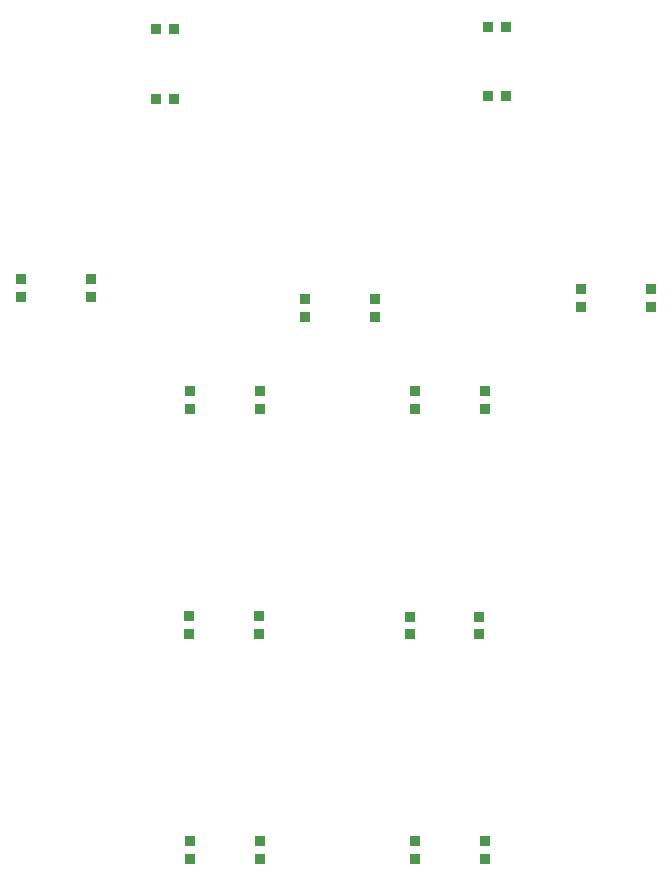
<source format=gbr>
%TF.GenerationSoftware,KiCad,Pcbnew,9.0.7*%
%TF.CreationDate,2026-01-31T12:03:09-06:00*%
%TF.ProjectId,PRO,50524f2e-6b69-4636-9164-5f7063625858,rev?*%
%TF.SameCoordinates,Original*%
%TF.FileFunction,Paste,Bot*%
%TF.FilePolarity,Positive*%
%FSLAX46Y46*%
G04 Gerber Fmt 4.6, Leading zero omitted, Abs format (unit mm)*
G04 Created by KiCad (PCBNEW 9.0.7) date 2026-01-31 12:03:09*
%MOMM*%
%LPD*%
G01*
G04 APERTURE LIST*
G04 Aperture macros list*
%AMRoundRect*
0 Rectangle with rounded corners*
0 $1 Rounding radius*
0 $2 $3 $4 $5 $6 $7 $8 $9 X,Y pos of 4 corners*
0 Add a 4 corners polygon primitive as box body*
4,1,4,$2,$3,$4,$5,$6,$7,$8,$9,$2,$3,0*
0 Add four circle primitives for the rounded corners*
1,1,$1+$1,$2,$3*
1,1,$1+$1,$4,$5*
1,1,$1+$1,$6,$7*
1,1,$1+$1,$8,$9*
0 Add four rect primitives between the rounded corners*
20,1,$1+$1,$2,$3,$4,$5,0*
20,1,$1+$1,$4,$5,$6,$7,0*
20,1,$1+$1,$6,$7,$8,$9,0*
20,1,$1+$1,$8,$9,$2,$3,0*%
G04 Aperture macros list end*
%ADD10RoundRect,0.082000X-0.368000X0.328000X-0.368000X-0.328000X0.368000X-0.328000X0.368000X0.328000X0*%
%ADD11RoundRect,0.082000X-0.367999X0.328000X-0.367999X-0.328000X0.367999X-0.328000X0.367999X0.328000X0*%
%ADD12RoundRect,0.082000X0.328000X0.367999X-0.328000X0.367999X-0.328000X-0.367999X0.328000X-0.367999X0*%
%ADD13RoundRect,0.082000X0.328000X0.368000X-0.328000X0.368000X-0.328000X-0.368000X0.328000X-0.368000X0*%
%ADD14RoundRect,0.082000X-0.328000X-0.367999X0.328000X-0.367999X0.328000X0.367999X-0.328000X0.367999X0*%
%ADD15RoundRect,0.082000X-0.328000X-0.368000X0.328000X-0.368000X0.328000X0.368000X-0.328000X0.368000X0*%
G04 APERTURE END LIST*
D10*
%TO.C,D16*%
X36287500Y-56297158D03*
X36287500Y-57797158D03*
D11*
X30387501Y-57797158D03*
X30387501Y-56297158D03*
%TD*%
D10*
%TO.C,D10*%
X69625000Y-103922158D03*
X69625000Y-105422158D03*
D11*
X63725001Y-105422158D03*
X63725001Y-103922158D03*
%TD*%
%TO.C,D15*%
X77793701Y-57149958D03*
X77793701Y-58649958D03*
D10*
X83693700Y-58649958D03*
X83693700Y-57149958D03*
%TD*%
D12*
%TO.C,D13*%
X71437542Y-34931201D03*
X69937542Y-34931201D03*
D13*
X69937542Y-40831200D03*
X71437542Y-40831200D03*
%TD*%
D14*
%TO.C,D14*%
X41790858Y-41049999D03*
X43290858Y-41049999D03*
D15*
X43290858Y-35150000D03*
X41790858Y-35150000D03*
%TD*%
D11*
%TO.C,D11*%
X63725001Y-65822158D03*
X63725001Y-67322158D03*
D10*
X69625000Y-67322158D03*
X69625000Y-65822158D03*
%TD*%
D11*
%TO.C,D12*%
X54418701Y-58031258D03*
X54418701Y-59531258D03*
D10*
X60318700Y-59531258D03*
X60318700Y-58031258D03*
%TD*%
D11*
%TO.C,D6*%
X44610001Y-84873358D03*
X44610001Y-86373358D03*
D10*
X50510000Y-86373358D03*
X50510000Y-84873358D03*
%TD*%
D11*
%TO.C,D8*%
X44675001Y-65822158D03*
X44675001Y-67322158D03*
D10*
X50575000Y-67322158D03*
X50575000Y-65822158D03*
%TD*%
D11*
%TO.C,D9*%
X44675001Y-103922158D03*
X44675001Y-105422158D03*
D10*
X50575000Y-105422158D03*
X50575000Y-103922158D03*
%TD*%
D11*
%TO.C,D7*%
X63272301Y-84890958D03*
X63272301Y-86390958D03*
D10*
X69172300Y-86390958D03*
X69172300Y-84890958D03*
%TD*%
M02*

</source>
